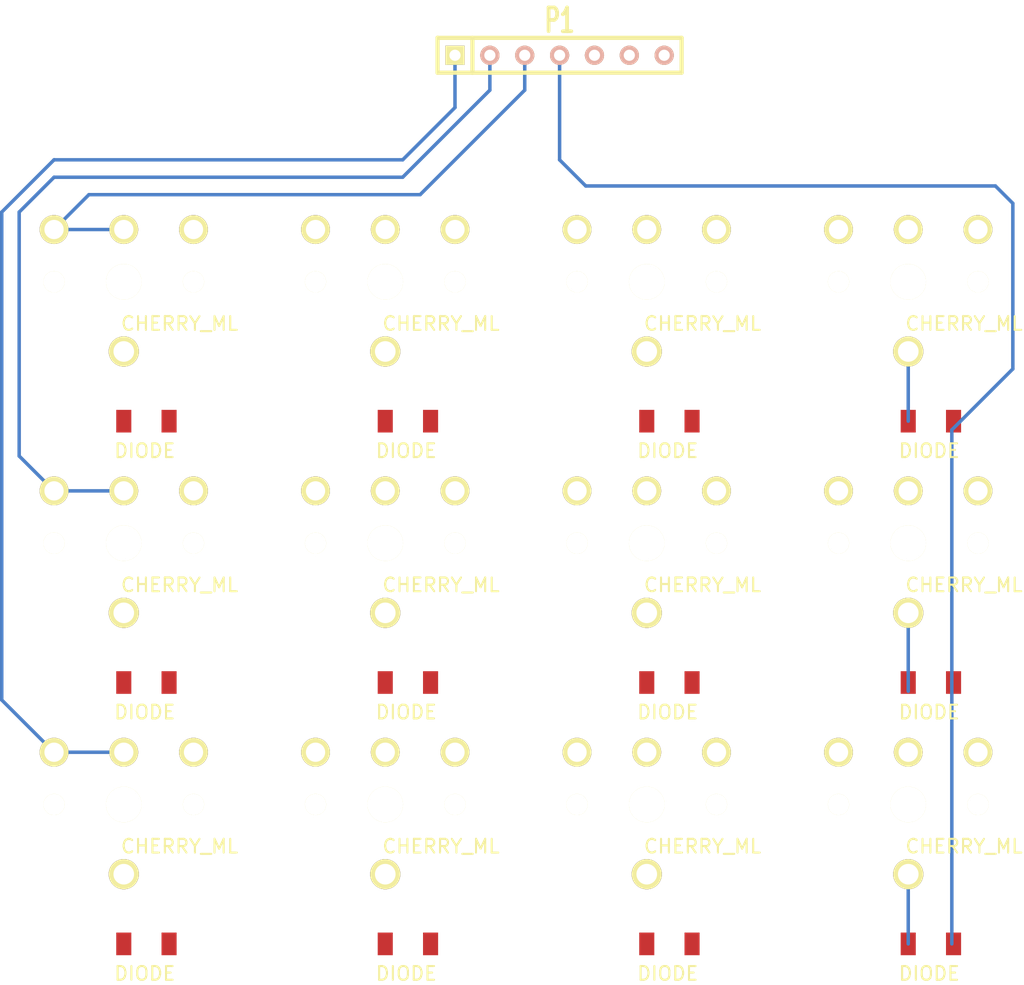
<source format=kicad_pcb>
(kicad_pcb (version 3) (host pcbnew "(2013-07-07 BZR 4022)-stable")

  (general
    (links 48)
    (no_connects 42)
    (area 0 0 0 0)
    (thickness 1.6)
    (drawings 0)
    (tracks 31)
    (zones 0)
    (modules 25)
    (nets 29)
  )

  (page A3)
  (layers
    (15 F.Cu signal)
    (0 B.Cu signal)
    (16 B.Adhes user)
    (17 F.Adhes user)
    (18 B.Paste user)
    (19 F.Paste user)
    (20 B.SilkS user)
    (21 F.SilkS user)
    (22 B.Mask user)
    (23 F.Mask user)
    (24 Dwgs.User user)
    (25 Cmts.User user)
    (26 Eco1.User user)
    (27 Eco2.User user)
    (28 Edge.Cuts user)
  )

  (setup
    (last_trace_width 0.254)
    (trace_clearance 0.254)
    (zone_clearance 0.508)
    (zone_45_only no)
    (trace_min 0.254)
    (segment_width 0.2)
    (edge_width 0.15)
    (via_size 0.889)
    (via_drill 0.635)
    (via_min_size 0.889)
    (via_min_drill 0.508)
    (uvia_size 0.508)
    (uvia_drill 0.127)
    (uvias_allowed no)
    (uvia_min_size 0.508)
    (uvia_min_drill 0.127)
    (pcb_text_width 0.3)
    (pcb_text_size 1.5 1.5)
    (mod_edge_width 0.15)
    (mod_text_size 1.5 1.5)
    (mod_text_width 0.15)
    (pad_size 1.524 1.524)
    (pad_drill 0.762)
    (pad_to_mask_clearance 0.2)
    (aux_axis_origin 0 0)
    (visible_elements FFFFFFBF)
    (pcbplotparams
      (layerselection 3178497)
      (usegerberextensions true)
      (excludeedgelayer true)
      (linewidth 0.100000)
      (plotframeref false)
      (viasonmask false)
      (mode 1)
      (useauxorigin false)
      (hpglpennumber 1)
      (hpglpenspeed 20)
      (hpglpendiameter 15)
      (hpglpenoverlay 2)
      (psnegative false)
      (psa4output false)
      (plotreference true)
      (plotvalue true)
      (plotothertext true)
      (plotinvisibletext false)
      (padsonsilk false)
      (subtractmaskfromsilk false)
      (outputformat 1)
      (mirror false)
      (drillshape 1)
      (scaleselection 1)
      (outputdirectory ""))
  )

  (net 0 "")
  (net 1 N-000001)
  (net 2 N-0000010)
  (net 3 N-0000011)
  (net 4 N-0000012)
  (net 5 N-0000013)
  (net 6 N-0000014)
  (net 7 N-0000018)
  (net 8 N-0000019)
  (net 9 N-000002)
  (net 10 N-0000020)
  (net 11 N-0000021)
  (net 12 N-0000022)
  (net 13 N-0000023)
  (net 14 N-0000024)
  (net 15 N-0000025)
  (net 16 N-0000026)
  (net 17 N-0000027)
  (net 18 N-0000028)
  (net 19 N-0000029)
  (net 20 N-000003)
  (net 21 N-0000030)
  (net 22 N-0000031)
  (net 23 N-000004)
  (net 24 N-000005)
  (net 25 N-000006)
  (net 26 N-000007)
  (net 27 N-000008)
  (net 28 N-000009)

  (net_class Default "This is the default net class."
    (clearance 0.254)
    (trace_width 0.254)
    (via_dia 0.889)
    (via_drill 0.635)
    (uvia_dia 0.508)
    (uvia_drill 0.127)
    (add_net "")
    (add_net N-000001)
    (add_net N-0000010)
    (add_net N-0000011)
    (add_net N-0000012)
    (add_net N-0000013)
    (add_net N-0000014)
    (add_net N-0000018)
    (add_net N-0000019)
    (add_net N-000002)
    (add_net N-0000020)
    (add_net N-0000021)
    (add_net N-0000022)
    (add_net N-0000023)
    (add_net N-0000024)
    (add_net N-0000025)
    (add_net N-0000026)
    (add_net N-0000027)
    (add_net N-0000028)
    (add_net N-0000029)
    (add_net N-000003)
    (add_net N-0000030)
    (add_net N-0000031)
    (add_net N-000004)
    (add_net N-000005)
    (add_net N-000006)
    (add_net N-000007)
    (add_net N-000008)
    (add_net N-000009)
  )

  (module SIL-7 (layer F.Cu) (tedit 200000) (tstamp 563FAFFE)
    (at 208.28 133.35)
    (descr "Connecteur 7 pins")
    (tags "CONN DEV")
    (path /563F87A4)
    (fp_text reference P1 (at 0 -2.54) (layer F.SilkS)
      (effects (font (size 1.72974 1.08712) (thickness 0.3048)))
    )
    (fp_text value CONN_7 (at 0 -2.54) (layer F.SilkS) hide
      (effects (font (size 1.524 1.016) (thickness 0.3048)))
    )
    (fp_line (start -8.89 -1.27) (end -8.89 -1.27) (layer F.SilkS) (width 0.3048))
    (fp_line (start -8.89 -1.27) (end 8.89 -1.27) (layer F.SilkS) (width 0.3048))
    (fp_line (start 8.89 -1.27) (end 8.89 1.27) (layer F.SilkS) (width 0.3048))
    (fp_line (start 8.89 1.27) (end -8.89 1.27) (layer F.SilkS) (width 0.3048))
    (fp_line (start -8.89 1.27) (end -8.89 -1.27) (layer F.SilkS) (width 0.3048))
    (fp_line (start -6.35 1.27) (end -6.35 1.27) (layer F.SilkS) (width 0.3048))
    (fp_line (start -6.35 1.27) (end -6.35 -1.27) (layer F.SilkS) (width 0.3048))
    (pad 1 thru_hole rect (at -7.62 0) (size 1.397 1.397) (drill 0.8128)
      (layers *.Cu *.Mask F.SilkS)
      (net 11 N-0000021)
    )
    (pad 2 thru_hole circle (at -5.08 0) (size 1.397 1.397) (drill 0.8128)
      (layers *.Cu *.SilkS *.Mask)
      (net 18 N-0000028)
    )
    (pad 3 thru_hole circle (at -2.54 0) (size 1.397 1.397) (drill 0.8128)
      (layers *.Cu *.SilkS *.Mask)
      (net 25 N-000006)
    )
    (pad 4 thru_hole circle (at 0 0) (size 1.397 1.397) (drill 0.8128)
      (layers *.Cu *.SilkS *.Mask)
      (net 20 N-000003)
    )
    (pad 5 thru_hole circle (at 2.54 0) (size 1.397 1.397) (drill 0.8128)
      (layers *.Cu *.SilkS *.Mask)
      (net 5 N-0000013)
    )
    (pad 6 thru_hole circle (at 5.08 0) (size 1.397 1.397) (drill 0.8128)
      (layers *.Cu *.SilkS *.Mask)
      (net 28 N-000009)
    )
    (pad 7 thru_hole circle (at 7.62 0) (size 1.397 1.397) (drill 0.8128)
      (layers *.Cu *.SilkS *.Mask)
      (net 21 N-0000030)
    )
  )

  (module FDLL4148 (layer F.Cu) (tedit 563F81A4) (tstamp 563FB004)
    (at 176.53 160.02)
    (path /563F86E6)
    (fp_text reference D1 (at 1.7 -1.88) (layer F.SilkS) hide
      (effects (font (size 1 1) (thickness 0.15)))
    )
    (fp_text value DIODE (at 1.53 2.16) (layer F.SilkS)
      (effects (font (size 1 1) (thickness 0.15)))
    )
    (pad 1 smd rect (at 0 0) (size 1.1 1.65)
      (layers F.Cu F.Paste F.Mask)
      (net 13 N-0000023)
    )
    (pad 2 smd rect (at 3.3 0) (size 1.1 1.65)
      (layers F.Cu F.Paste F.Mask)
      (net 21 N-0000030)
    )
  )

  (module FDLL4148 (layer F.Cu) (tedit 563F81A4) (tstamp 563FB00A)
    (at 233.68 198.12)
    (path /563F8824)
    (fp_text reference D12 (at 1.7 -1.88) (layer F.SilkS) hide
      (effects (font (size 1 1) (thickness 0.15)))
    )
    (fp_text value DIODE (at 1.53 2.16) (layer F.SilkS)
      (effects (font (size 1 1) (thickness 0.15)))
    )
    (pad 1 smd rect (at 0 0) (size 1.1 1.65)
      (layers F.Cu F.Paste F.Mask)
      (net 23 N-000004)
    )
    (pad 2 smd rect (at 3.3 0) (size 1.1 1.65)
      (layers F.Cu F.Paste F.Mask)
      (net 20 N-000003)
    )
  )

  (module FDLL4148 (layer F.Cu) (tedit 563F81A4) (tstamp 563FB010)
    (at 214.63 198.12)
    (path /563F8815)
    (fp_text reference D9 (at 1.7 -1.88) (layer F.SilkS) hide
      (effects (font (size 1 1) (thickness 0.15)))
    )
    (fp_text value DIODE (at 1.53 2.16) (layer F.SilkS)
      (effects (font (size 1 1) (thickness 0.15)))
    )
    (pad 1 smd rect (at 0 0) (size 1.1 1.65)
      (layers F.Cu F.Paste F.Mask)
      (net 6 N-0000014)
    )
    (pad 2 smd rect (at 3.3 0) (size 1.1 1.65)
      (layers F.Cu F.Paste F.Mask)
      (net 5 N-0000013)
    )
  )

  (module FDLL4148 (layer F.Cu) (tedit 563F81A4) (tstamp 563FB016)
    (at 195.58 198.12)
    (path /563F8806)
    (fp_text reference D5 (at 1.7 -1.88) (layer F.SilkS) hide
      (effects (font (size 1 1) (thickness 0.15)))
    )
    (fp_text value DIODE (at 1.53 2.16) (layer F.SilkS)
      (effects (font (size 1 1) (thickness 0.15)))
    )
    (pad 1 smd rect (at 0 0) (size 1.1 1.65)
      (layers F.Cu F.Paste F.Mask)
      (net 3 N-0000011)
    )
    (pad 2 smd rect (at 3.3 0) (size 1.1 1.65)
      (layers F.Cu F.Paste F.Mask)
      (net 28 N-000009)
    )
  )

  (module FDLL4148 (layer F.Cu) (tedit 563F81A4) (tstamp 563FB01C)
    (at 176.53 198.12)
    (path /563F87DE)
    (fp_text reference D3 (at 1.7 -1.88) (layer F.SilkS) hide
      (effects (font (size 1 1) (thickness 0.15)))
    )
    (fp_text value DIODE (at 1.53 2.16) (layer F.SilkS)
      (effects (font (size 1 1) (thickness 0.15)))
    )
    (pad 1 smd rect (at 0 0) (size 1.1 1.65)
      (layers F.Cu F.Paste F.Mask)
      (net 26 N-000007)
    )
    (pad 2 smd rect (at 3.3 0) (size 1.1 1.65)
      (layers F.Cu F.Paste F.Mask)
      (net 21 N-0000030)
    )
  )

  (module FDLL4148 (layer F.Cu) (tedit 563F81A4) (tstamp 563FB022)
    (at 233.68 179.07)
    (path /563F8795)
    (fp_text reference D11 (at 1.7 -1.88) (layer F.SilkS) hide
      (effects (font (size 1 1) (thickness 0.15)))
    )
    (fp_text value DIODE (at 1.53 2.16) (layer F.SilkS)
      (effects (font (size 1 1) (thickness 0.15)))
    )
    (pad 1 smd rect (at 0 0) (size 1.1 1.65)
      (layers F.Cu F.Paste F.Mask)
      (net 9 N-000002)
    )
    (pad 2 smd rect (at 3.3 0) (size 1.1 1.65)
      (layers F.Cu F.Paste F.Mask)
      (net 20 N-000003)
    )
  )

  (module FDLL4148 (layer F.Cu) (tedit 563F81A4) (tstamp 563FB028)
    (at 214.63 179.07)
    (path /563F8786)
    (fp_text reference D8 (at 1.7 -1.88) (layer F.SilkS) hide
      (effects (font (size 1 1) (thickness 0.15)))
    )
    (fp_text value DIODE (at 1.53 2.16) (layer F.SilkS)
      (effects (font (size 1 1) (thickness 0.15)))
    )
    (pad 1 smd rect (at 0 0) (size 1.1 1.65)
      (layers F.Cu F.Paste F.Mask)
      (net 24 N-000005)
    )
    (pad 2 smd rect (at 3.3 0) (size 1.1 1.65)
      (layers F.Cu F.Paste F.Mask)
      (net 5 N-0000013)
    )
  )

  (module FDLL4148 (layer F.Cu) (tedit 563F81A4) (tstamp 563FB02E)
    (at 195.58 179.07)
    (path /563F8777)
    (fp_text reference D4 (at 1.7 -1.88) (layer F.SilkS) hide
      (effects (font (size 1 1) (thickness 0.15)))
    )
    (fp_text value DIODE (at 1.53 2.16) (layer F.SilkS)
      (effects (font (size 1 1) (thickness 0.15)))
    )
    (pad 1 smd rect (at 0 0) (size 1.1 1.65)
      (layers F.Cu F.Paste F.Mask)
      (net 2 N-0000010)
    )
    (pad 2 smd rect (at 3.3 0) (size 1.1 1.65)
      (layers F.Cu F.Paste F.Mask)
      (net 28 N-000009)
    )
  )

  (module FDLL4148 (layer F.Cu) (tedit 563F81A4) (tstamp 563FB034)
    (at 176.53 179.07)
    (path /563F875E)
    (fp_text reference D2 (at 1.7 -1.88) (layer F.SilkS) hide
      (effects (font (size 1 1) (thickness 0.15)))
    )
    (fp_text value DIODE (at 1.53 2.16) (layer F.SilkS)
      (effects (font (size 1 1) (thickness 0.15)))
    )
    (pad 1 smd rect (at 0 0) (size 1.1 1.65)
      (layers F.Cu F.Paste F.Mask)
      (net 17 N-0000027)
    )
    (pad 2 smd rect (at 3.3 0) (size 1.1 1.65)
      (layers F.Cu F.Paste F.Mask)
      (net 21 N-0000030)
    )
  )

  (module FDLL4148 (layer F.Cu) (tedit 563F81A4) (tstamp 563FB03A)
    (at 233.68 160.02)
    (path /563F8713)
    (fp_text reference D10 (at 1.7 -1.88) (layer F.SilkS) hide
      (effects (font (size 1 1) (thickness 0.15)))
    )
    (fp_text value DIODE (at 1.53 2.16) (layer F.SilkS)
      (effects (font (size 1 1) (thickness 0.15)))
    )
    (pad 1 smd rect (at 0 0) (size 1.1 1.65)
      (layers F.Cu F.Paste F.Mask)
      (net 1 N-000001)
    )
    (pad 2 smd rect (at 3.3 0) (size 1.1 1.65)
      (layers F.Cu F.Paste F.Mask)
      (net 20 N-000003)
    )
  )

  (module FDLL4148 (layer F.Cu) (tedit 563F81A4) (tstamp 563FB040)
    (at 214.63 160.02)
    (path /563F8704)
    (fp_text reference D7 (at 1.7 -1.88) (layer F.SilkS) hide
      (effects (font (size 1 1) (thickness 0.15)))
    )
    (fp_text value DIODE (at 1.53 2.16) (layer F.SilkS)
      (effects (font (size 1 1) (thickness 0.15)))
    )
    (pad 1 smd rect (at 0 0) (size 1.1 1.65)
      (layers F.Cu F.Paste F.Mask)
      (net 4 N-0000012)
    )
    (pad 2 smd rect (at 3.3 0) (size 1.1 1.65)
      (layers F.Cu F.Paste F.Mask)
      (net 5 N-0000013)
    )
  )

  (module FDLL4148 (layer F.Cu) (tedit 563F81A4) (tstamp 563FB046)
    (at 195.58 160.02)
    (path /563F86F5)
    (fp_text reference D6 (at 1.7 -1.88) (layer F.SilkS) hide
      (effects (font (size 1 1) (thickness 0.15)))
    )
    (fp_text value DIODE (at 1.53 2.16) (layer F.SilkS)
      (effects (font (size 1 1) (thickness 0.15)))
    )
    (pad 1 smd rect (at 0 0) (size 1.1 1.65)
      (layers F.Cu F.Paste F.Mask)
      (net 27 N-000008)
    )
    (pad 2 smd rect (at 3.3 0) (size 1.1 1.65)
      (layers F.Cu F.Paste F.Mask)
      (net 28 N-000009)
    )
  )

  (module CHERRY_ML (layer F.Cu) (tedit 563F8269) (tstamp 563FB051)
    (at 176.53 149.86)
    (path /563F8600)
    (fp_text reference K1 (at -3.556 3.048) (layer F.SilkS) hide
      (effects (font (size 1 1) (thickness 0.15)))
    )
    (fp_text value CHERRY_ML (at 4.064 3.048) (layer F.SilkS)
      (effects (font (size 1 1) (thickness 0.15)))
    )
    (pad "" np_thru_hole circle (at 0 0) (size 2.6 2.6) (drill 2.6)
      (layers *.Cu *.Mask F.SilkS)
    )
    (pad "" np_thru_hole circle (at -5.08 0) (size 1.55 1.55) (drill 1.55)
      (layers *.Cu *.Mask F.SilkS)
    )
    (pad "" np_thru_hole circle (at 5.08 0) (size 1.55 1.55) (drill 1.55)
      (layers *.Cu *.Mask F.SilkS)
    )
    (pad 4 thru_hole circle (at 5.08 -3.81) (size 2.1 2.1) (drill 1.4)
      (layers *.Cu *.Mask F.SilkS)
      (net 14 N-0000024)
    )
    (pad 3 thru_hole circle (at -5.08 -3.81) (size 2.1 2.1) (drill 1.4)
      (layers *.Cu *.Mask F.SilkS)
      (net 25 N-000006)
    )
    (pad 2 thru_hole circle (at 0 5.08) (size 2.2 2.2) (drill 1.5)
      (layers *.Cu *.Mask F.SilkS)
      (net 13 N-0000023)
    )
    (pad 1 thru_hole circle (at 0 -3.81) (size 2.1 2.1) (drill 1.4)
      (layers *.Cu *.Mask F.SilkS)
      (net 25 N-000006)
    )
  )

  (module CHERRY_ML (layer F.Cu) (tedit 563F8269) (tstamp 563FB05C)
    (at 233.68 187.96)
    (path /563F86D7)
    (fp_text reference K12 (at -3.556 3.048) (layer F.SilkS) hide
      (effects (font (size 1 1) (thickness 0.15)))
    )
    (fp_text value CHERRY_ML (at 4.064 3.048) (layer F.SilkS)
      (effects (font (size 1 1) (thickness 0.15)))
    )
    (pad "" np_thru_hole circle (at 0 0) (size 2.6 2.6) (drill 2.6)
      (layers *.Cu *.Mask F.SilkS)
    )
    (pad "" np_thru_hole circle (at -5.08 0) (size 1.55 1.55) (drill 1.55)
      (layers *.Cu *.Mask F.SilkS)
    )
    (pad "" np_thru_hole circle (at 5.08 0) (size 1.55 1.55) (drill 1.55)
      (layers *.Cu *.Mask F.SilkS)
    )
    (pad 4 thru_hole circle (at 5.08 -3.81) (size 2.1 2.1) (drill 1.4)
      (layers *.Cu *.Mask F.SilkS)
    )
    (pad 3 thru_hole circle (at -5.08 -3.81) (size 2.1 2.1) (drill 1.4)
      (layers *.Cu *.Mask F.SilkS)
      (net 22 N-0000031)
    )
    (pad 2 thru_hole circle (at 0 5.08) (size 2.2 2.2) (drill 1.5)
      (layers *.Cu *.Mask F.SilkS)
      (net 23 N-000004)
    )
    (pad 1 thru_hole circle (at 0 -3.81) (size 2.1 2.1) (drill 1.4)
      (layers *.Cu *.Mask F.SilkS)
      (net 22 N-0000031)
    )
  )

  (module CHERRY_ML (layer F.Cu) (tedit 563F8269) (tstamp 563FB067)
    (at 214.63 187.96)
    (path /563F86C8)
    (fp_text reference K9 (at -3.556 3.048) (layer F.SilkS) hide
      (effects (font (size 1 1) (thickness 0.15)))
    )
    (fp_text value CHERRY_ML (at 4.064 3.048) (layer F.SilkS)
      (effects (font (size 1 1) (thickness 0.15)))
    )
    (pad "" np_thru_hole circle (at 0 0) (size 2.6 2.6) (drill 2.6)
      (layers *.Cu *.Mask F.SilkS)
    )
    (pad "" np_thru_hole circle (at -5.08 0) (size 1.55 1.55) (drill 1.55)
      (layers *.Cu *.Mask F.SilkS)
    )
    (pad "" np_thru_hole circle (at 5.08 0) (size 1.55 1.55) (drill 1.55)
      (layers *.Cu *.Mask F.SilkS)
    )
    (pad 4 thru_hole circle (at 5.08 -3.81) (size 2.1 2.1) (drill 1.4)
      (layers *.Cu *.Mask F.SilkS)
      (net 22 N-0000031)
    )
    (pad 3 thru_hole circle (at -5.08 -3.81) (size 2.1 2.1) (drill 1.4)
      (layers *.Cu *.Mask F.SilkS)
      (net 16 N-0000026)
    )
    (pad 2 thru_hole circle (at 0 5.08) (size 2.2 2.2) (drill 1.5)
      (layers *.Cu *.Mask F.SilkS)
      (net 6 N-0000014)
    )
    (pad 1 thru_hole circle (at 0 -3.81) (size 2.1 2.1) (drill 1.4)
      (layers *.Cu *.Mask F.SilkS)
      (net 16 N-0000026)
    )
  )

  (module CHERRY_ML (layer F.Cu) (tedit 563F8269) (tstamp 563FB072)
    (at 195.58 187.96)
    (path /563F86B9)
    (fp_text reference K5 (at -3.556 3.048) (layer F.SilkS) hide
      (effects (font (size 1 1) (thickness 0.15)))
    )
    (fp_text value CHERRY_ML (at 4.064 3.048) (layer F.SilkS)
      (effects (font (size 1 1) (thickness 0.15)))
    )
    (pad "" np_thru_hole circle (at 0 0) (size 2.6 2.6) (drill 2.6)
      (layers *.Cu *.Mask F.SilkS)
    )
    (pad "" np_thru_hole circle (at -5.08 0) (size 1.55 1.55) (drill 1.55)
      (layers *.Cu *.Mask F.SilkS)
    )
    (pad "" np_thru_hole circle (at 5.08 0) (size 1.55 1.55) (drill 1.55)
      (layers *.Cu *.Mask F.SilkS)
    )
    (pad 4 thru_hole circle (at 5.08 -3.81) (size 2.1 2.1) (drill 1.4)
      (layers *.Cu *.Mask F.SilkS)
      (net 16 N-0000026)
    )
    (pad 3 thru_hole circle (at -5.08 -3.81) (size 2.1 2.1) (drill 1.4)
      (layers *.Cu *.Mask F.SilkS)
      (net 12 N-0000022)
    )
    (pad 2 thru_hole circle (at 0 5.08) (size 2.2 2.2) (drill 1.5)
      (layers *.Cu *.Mask F.SilkS)
      (net 3 N-0000011)
    )
    (pad 1 thru_hole circle (at 0 -3.81) (size 2.1 2.1) (drill 1.4)
      (layers *.Cu *.Mask F.SilkS)
      (net 12 N-0000022)
    )
  )

  (module CHERRY_ML (layer F.Cu) (tedit 563F8269) (tstamp 563FB07D)
    (at 176.53 187.96)
    (path /563F86A0)
    (fp_text reference K3 (at -3.556 3.048) (layer F.SilkS) hide
      (effects (font (size 1 1) (thickness 0.15)))
    )
    (fp_text value CHERRY_ML (at 4.064 3.048) (layer F.SilkS)
      (effects (font (size 1 1) (thickness 0.15)))
    )
    (pad "" np_thru_hole circle (at 0 0) (size 2.6 2.6) (drill 2.6)
      (layers *.Cu *.Mask F.SilkS)
    )
    (pad "" np_thru_hole circle (at -5.08 0) (size 1.55 1.55) (drill 1.55)
      (layers *.Cu *.Mask F.SilkS)
    )
    (pad "" np_thru_hole circle (at 5.08 0) (size 1.55 1.55) (drill 1.55)
      (layers *.Cu *.Mask F.SilkS)
    )
    (pad 4 thru_hole circle (at 5.08 -3.81) (size 2.1 2.1) (drill 1.4)
      (layers *.Cu *.Mask F.SilkS)
      (net 12 N-0000022)
    )
    (pad 3 thru_hole circle (at -5.08 -3.81) (size 2.1 2.1) (drill 1.4)
      (layers *.Cu *.Mask F.SilkS)
      (net 11 N-0000021)
    )
    (pad 2 thru_hole circle (at 0 5.08) (size 2.2 2.2) (drill 1.5)
      (layers *.Cu *.Mask F.SilkS)
      (net 26 N-000007)
    )
    (pad 1 thru_hole circle (at 0 -3.81) (size 2.1 2.1) (drill 1.4)
      (layers *.Cu *.Mask F.SilkS)
      (net 11 N-0000021)
    )
  )

  (module CHERRY_ML (layer F.Cu) (tedit 563F8269) (tstamp 563FB088)
    (at 233.68 168.91)
    (path /563F867D)
    (fp_text reference K11 (at -3.556 3.048) (layer F.SilkS) hide
      (effects (font (size 1 1) (thickness 0.15)))
    )
    (fp_text value CHERRY_ML (at 4.064 3.048) (layer F.SilkS)
      (effects (font (size 1 1) (thickness 0.15)))
    )
    (pad "" np_thru_hole circle (at 0 0) (size 2.6 2.6) (drill 2.6)
      (layers *.Cu *.Mask F.SilkS)
    )
    (pad "" np_thru_hole circle (at -5.08 0) (size 1.55 1.55) (drill 1.55)
      (layers *.Cu *.Mask F.SilkS)
    )
    (pad "" np_thru_hole circle (at 5.08 0) (size 1.55 1.55) (drill 1.55)
      (layers *.Cu *.Mask F.SilkS)
    )
    (pad 4 thru_hole circle (at 5.08 -3.81) (size 2.1 2.1) (drill 1.4)
      (layers *.Cu *.Mask F.SilkS)
    )
    (pad 3 thru_hole circle (at -5.08 -3.81) (size 2.1 2.1) (drill 1.4)
      (layers *.Cu *.Mask F.SilkS)
      (net 10 N-0000020)
    )
    (pad 2 thru_hole circle (at 0 5.08) (size 2.2 2.2) (drill 1.5)
      (layers *.Cu *.Mask F.SilkS)
      (net 9 N-000002)
    )
    (pad 1 thru_hole circle (at 0 -3.81) (size 2.1 2.1) (drill 1.4)
      (layers *.Cu *.Mask F.SilkS)
      (net 10 N-0000020)
    )
  )

  (module CHERRY_ML (layer F.Cu) (tedit 563F8269) (tstamp 563FB093)
    (at 233.68 149.86)
    (path /563F866E)
    (fp_text reference K10 (at -3.556 3.048) (layer F.SilkS) hide
      (effects (font (size 1 1) (thickness 0.15)))
    )
    (fp_text value CHERRY_ML (at 4.064 3.048) (layer F.SilkS)
      (effects (font (size 1 1) (thickness 0.15)))
    )
    (pad "" np_thru_hole circle (at 0 0) (size 2.6 2.6) (drill 2.6)
      (layers *.Cu *.Mask F.SilkS)
    )
    (pad "" np_thru_hole circle (at -5.08 0) (size 1.55 1.55) (drill 1.55)
      (layers *.Cu *.Mask F.SilkS)
    )
    (pad "" np_thru_hole circle (at 5.08 0) (size 1.55 1.55) (drill 1.55)
      (layers *.Cu *.Mask F.SilkS)
    )
    (pad 4 thru_hole circle (at 5.08 -3.81) (size 2.1 2.1) (drill 1.4)
      (layers *.Cu *.Mask F.SilkS)
    )
    (pad 3 thru_hole circle (at -5.08 -3.81) (size 2.1 2.1) (drill 1.4)
      (layers *.Cu *.Mask F.SilkS)
      (net 8 N-0000019)
    )
    (pad 2 thru_hole circle (at 0 5.08) (size 2.2 2.2) (drill 1.5)
      (layers *.Cu *.Mask F.SilkS)
      (net 1 N-000001)
    )
    (pad 1 thru_hole circle (at 0 -3.81) (size 2.1 2.1) (drill 1.4)
      (layers *.Cu *.Mask F.SilkS)
      (net 8 N-0000019)
    )
  )

  (module CHERRY_ML (layer F.Cu) (tedit 563F8269) (tstamp 563FB09E)
    (at 214.63 168.91)
    (path /563F865F)
    (fp_text reference K8 (at -3.556 3.048) (layer F.SilkS) hide
      (effects (font (size 1 1) (thickness 0.15)))
    )
    (fp_text value CHERRY_ML (at 4.064 3.048) (layer F.SilkS)
      (effects (font (size 1 1) (thickness 0.15)))
    )
    (pad "" np_thru_hole circle (at 0 0) (size 2.6 2.6) (drill 2.6)
      (layers *.Cu *.Mask F.SilkS)
    )
    (pad "" np_thru_hole circle (at -5.08 0) (size 1.55 1.55) (drill 1.55)
      (layers *.Cu *.Mask F.SilkS)
    )
    (pad "" np_thru_hole circle (at 5.08 0) (size 1.55 1.55) (drill 1.55)
      (layers *.Cu *.Mask F.SilkS)
    )
    (pad 4 thru_hole circle (at 5.08 -3.81) (size 2.1 2.1) (drill 1.4)
      (layers *.Cu *.Mask F.SilkS)
      (net 10 N-0000020)
    )
    (pad 3 thru_hole circle (at -5.08 -3.81) (size 2.1 2.1) (drill 1.4)
      (layers *.Cu *.Mask F.SilkS)
      (net 7 N-0000018)
    )
    (pad 2 thru_hole circle (at 0 5.08) (size 2.2 2.2) (drill 1.5)
      (layers *.Cu *.Mask F.SilkS)
      (net 24 N-000005)
    )
    (pad 1 thru_hole circle (at 0 -3.81) (size 2.1 2.1) (drill 1.4)
      (layers *.Cu *.Mask F.SilkS)
      (net 7 N-0000018)
    )
  )

  (module CHERRY_ML (layer F.Cu) (tedit 563F8269) (tstamp 563FB0A9)
    (at 195.58 168.91)
    (path /563F8650)
    (fp_text reference K4 (at -3.556 3.048) (layer F.SilkS) hide
      (effects (font (size 1 1) (thickness 0.15)))
    )
    (fp_text value CHERRY_ML (at 4.064 3.048) (layer F.SilkS)
      (effects (font (size 1 1) (thickness 0.15)))
    )
    (pad "" np_thru_hole circle (at 0 0) (size 2.6 2.6) (drill 2.6)
      (layers *.Cu *.Mask F.SilkS)
    )
    (pad "" np_thru_hole circle (at -5.08 0) (size 1.55 1.55) (drill 1.55)
      (layers *.Cu *.Mask F.SilkS)
    )
    (pad "" np_thru_hole circle (at 5.08 0) (size 1.55 1.55) (drill 1.55)
      (layers *.Cu *.Mask F.SilkS)
    )
    (pad 4 thru_hole circle (at 5.08 -3.81) (size 2.1 2.1) (drill 1.4)
      (layers *.Cu *.Mask F.SilkS)
      (net 7 N-0000018)
    )
    (pad 3 thru_hole circle (at -5.08 -3.81) (size 2.1 2.1) (drill 1.4)
      (layers *.Cu *.Mask F.SilkS)
      (net 19 N-0000029)
    )
    (pad 2 thru_hole circle (at 0 5.08) (size 2.2 2.2) (drill 1.5)
      (layers *.Cu *.Mask F.SilkS)
      (net 2 N-0000010)
    )
    (pad 1 thru_hole circle (at 0 -3.81) (size 2.1 2.1) (drill 1.4)
      (layers *.Cu *.Mask F.SilkS)
      (net 19 N-0000029)
    )
  )

  (module CHERRY_ML (layer F.Cu) (tedit 563F8269) (tstamp 563FB0B4)
    (at 176.53 168.91)
    (path /563F8641)
    (fp_text reference K2 (at -3.556 3.048) (layer F.SilkS) hide
      (effects (font (size 1 1) (thickness 0.15)))
    )
    (fp_text value CHERRY_ML (at 4.064 3.048) (layer F.SilkS)
      (effects (font (size 1 1) (thickness 0.15)))
    )
    (pad "" np_thru_hole circle (at 0 0) (size 2.6 2.6) (drill 2.6)
      (layers *.Cu *.Mask F.SilkS)
    )
    (pad "" np_thru_hole circle (at -5.08 0) (size 1.55 1.55) (drill 1.55)
      (layers *.Cu *.Mask F.SilkS)
    )
    (pad "" np_thru_hole circle (at 5.08 0) (size 1.55 1.55) (drill 1.55)
      (layers *.Cu *.Mask F.SilkS)
    )
    (pad 4 thru_hole circle (at 5.08 -3.81) (size 2.1 2.1) (drill 1.4)
      (layers *.Cu *.Mask F.SilkS)
      (net 19 N-0000029)
    )
    (pad 3 thru_hole circle (at -5.08 -3.81) (size 2.1 2.1) (drill 1.4)
      (layers *.Cu *.Mask F.SilkS)
      (net 18 N-0000028)
    )
    (pad 2 thru_hole circle (at 0 5.08) (size 2.2 2.2) (drill 1.5)
      (layers *.Cu *.Mask F.SilkS)
      (net 17 N-0000027)
    )
    (pad 1 thru_hole circle (at 0 -3.81) (size 2.1 2.1) (drill 1.4)
      (layers *.Cu *.Mask F.SilkS)
      (net 18 N-0000028)
    )
  )

  (module CHERRY_ML (layer F.Cu) (tedit 563F8269) (tstamp 563FB0BF)
    (at 214.63 149.86)
    (path /563F8632)
    (fp_text reference K7 (at -3.556 3.048) (layer F.SilkS) hide
      (effects (font (size 1 1) (thickness 0.15)))
    )
    (fp_text value CHERRY_ML (at 4.064 3.048) (layer F.SilkS)
      (effects (font (size 1 1) (thickness 0.15)))
    )
    (pad "" np_thru_hole circle (at 0 0) (size 2.6 2.6) (drill 2.6)
      (layers *.Cu *.Mask F.SilkS)
    )
    (pad "" np_thru_hole circle (at -5.08 0) (size 1.55 1.55) (drill 1.55)
      (layers *.Cu *.Mask F.SilkS)
    )
    (pad "" np_thru_hole circle (at 5.08 0) (size 1.55 1.55) (drill 1.55)
      (layers *.Cu *.Mask F.SilkS)
    )
    (pad 4 thru_hole circle (at 5.08 -3.81) (size 2.1 2.1) (drill 1.4)
      (layers *.Cu *.Mask F.SilkS)
      (net 8 N-0000019)
    )
    (pad 3 thru_hole circle (at -5.08 -3.81) (size 2.1 2.1) (drill 1.4)
      (layers *.Cu *.Mask F.SilkS)
      (net 15 N-0000025)
    )
    (pad 2 thru_hole circle (at 0 5.08) (size 2.2 2.2) (drill 1.5)
      (layers *.Cu *.Mask F.SilkS)
      (net 4 N-0000012)
    )
    (pad 1 thru_hole circle (at 0 -3.81) (size 2.1 2.1) (drill 1.4)
      (layers *.Cu *.Mask F.SilkS)
      (net 15 N-0000025)
    )
  )

  (module CHERRY_ML (layer F.Cu) (tedit 563F8269) (tstamp 563FB0CA)
    (at 195.58 149.86)
    (path /563F860F)
    (fp_text reference K6 (at -3.556 3.048) (layer F.SilkS) hide
      (effects (font (size 1 1) (thickness 0.15)))
    )
    (fp_text value CHERRY_ML (at 4.064 3.048) (layer F.SilkS)
      (effects (font (size 1 1) (thickness 0.15)))
    )
    (pad "" np_thru_hole circle (at 0 0) (size 2.6 2.6) (drill 2.6)
      (layers *.Cu *.Mask F.SilkS)
    )
    (pad "" np_thru_hole circle (at -5.08 0) (size 1.55 1.55) (drill 1.55)
      (layers *.Cu *.Mask F.SilkS)
    )
    (pad "" np_thru_hole circle (at 5.08 0) (size 1.55 1.55) (drill 1.55)
      (layers *.Cu *.Mask F.SilkS)
    )
    (pad 4 thru_hole circle (at 5.08 -3.81) (size 2.1 2.1) (drill 1.4)
      (layers *.Cu *.Mask F.SilkS)
      (net 15 N-0000025)
    )
    (pad 3 thru_hole circle (at -5.08 -3.81) (size 2.1 2.1) (drill 1.4)
      (layers *.Cu *.Mask F.SilkS)
      (net 14 N-0000024)
    )
    (pad 2 thru_hole circle (at 0 5.08) (size 2.2 2.2) (drill 1.5)
      (layers *.Cu *.Mask F.SilkS)
      (net 27 N-000008)
    )
    (pad 1 thru_hole circle (at 0 -3.81) (size 2.1 2.1) (drill 1.4)
      (layers *.Cu *.Mask F.SilkS)
      (net 14 N-0000024)
    )
  )

  (segment (start 233.68 154.94) (end 233.68 160.02) (width 0.254) (layer B.Cu) (net 1))
  (segment (start 233.68 173.99) (end 233.68 179.07) (width 0.254) (layer B.Cu) (net 9))
  (segment (start 233.68 179.07) (end 233.68 179.705) (width 0.254) (layer B.Cu) (net 9) (tstamp 563FB455))
  (segment (start 171.45 184.15) (end 176.53 184.15) (width 0.254) (layer B.Cu) (net 11))
  (segment (start 200.66 133.35) (end 200.66 137.16) (width 0.254) (layer B.Cu) (net 11))
  (segment (start 167.64 180.34) (end 171.45 184.15) (width 0.254) (layer B.Cu) (net 11) (tstamp 563FB420))
  (segment (start 167.64 144.78) (end 167.64 180.34) (width 0.254) (layer B.Cu) (net 11) (tstamp 563FB41E))
  (segment (start 171.45 140.97) (end 167.64 144.78) (width 0.254) (layer B.Cu) (net 11) (tstamp 563FB41C))
  (segment (start 196.85 140.97) (end 171.45 140.97) (width 0.254) (layer B.Cu) (net 11) (tstamp 563FB41A))
  (segment (start 200.66 137.16) (end 196.85 140.97) (width 0.254) (layer B.Cu) (net 11) (tstamp 563FB418))
  (segment (start 176.53 165.1) (end 171.45 165.1) (width 0.254) (layer B.Cu) (net 18))
  (segment (start 203.2 133.35) (end 203.2 135.89) (width 0.254) (layer B.Cu) (net 18))
  (segment (start 168.91 162.56) (end 171.45 165.1) (width 0.254) (layer B.Cu) (net 18) (tstamp 563FB406))
  (segment (start 168.91 144.78) (end 168.91 162.56) (width 0.254) (layer B.Cu) (net 18) (tstamp 563FB404))
  (segment (start 171.45 142.24) (end 168.91 144.78) (width 0.254) (layer B.Cu) (net 18) (tstamp 563FB402))
  (segment (start 196.85 142.24) (end 171.45 142.24) (width 0.254) (layer B.Cu) (net 18) (tstamp 563FB400))
  (segment (start 203.2 135.89) (end 196.85 142.24) (width 0.254) (layer B.Cu) (net 18) (tstamp 563FB3FE))
  (segment (start 236.855 198.12) (end 236.855 179.07) (width 0.254) (layer B.Cu) (net 20))
  (segment (start 208.28 140.97) (end 210.185 142.875) (width 0.254) (layer B.Cu) (net 20) (tstamp 563FB444))
  (segment (start 210.185 142.875) (end 240.03 142.875) (width 0.254) (layer B.Cu) (net 20) (tstamp 563FB446))
  (segment (start 240.03 142.875) (end 241.3 144.145) (width 0.254) (layer B.Cu) (net 20) (tstamp 563FB448))
  (segment (start 241.3 144.145) (end 241.3 156.21) (width 0.254) (layer B.Cu) (net 20) (tstamp 563FB44A))
  (segment (start 241.3 156.21) (end 236.855 160.655) (width 0.254) (layer B.Cu) (net 20) (tstamp 563FB44C))
  (segment (start 208.28 140.97) (end 208.28 133.35) (width 0.254) (layer B.Cu) (net 20))
  (segment (start 236.855 179.07) (end 236.855 160.655) (width 0.254) (layer B.Cu) (net 20))
  (segment (start 233.68 193.04) (end 233.68 198.12) (width 0.254) (layer B.Cu) (net 23))
  (segment (start 176.53 146.05) (end 171.45 146.05) (width 0.254) (layer B.Cu) (net 25))
  (segment (start 205.74 133.35) (end 205.74 135.89) (width 0.254) (layer B.Cu) (net 25))
  (segment (start 173.99 143.51) (end 171.45 146.05) (width 0.254) (layer B.Cu) (net 25) (tstamp 563FB3F7))
  (segment (start 198.12 143.51) (end 173.99 143.51) (width 0.254) (layer B.Cu) (net 25) (tstamp 563FB3F5))
  (segment (start 205.74 135.89) (end 198.12 143.51) (width 0.254) (layer B.Cu) (net 25) (tstamp 563FB3F3))

)

</source>
